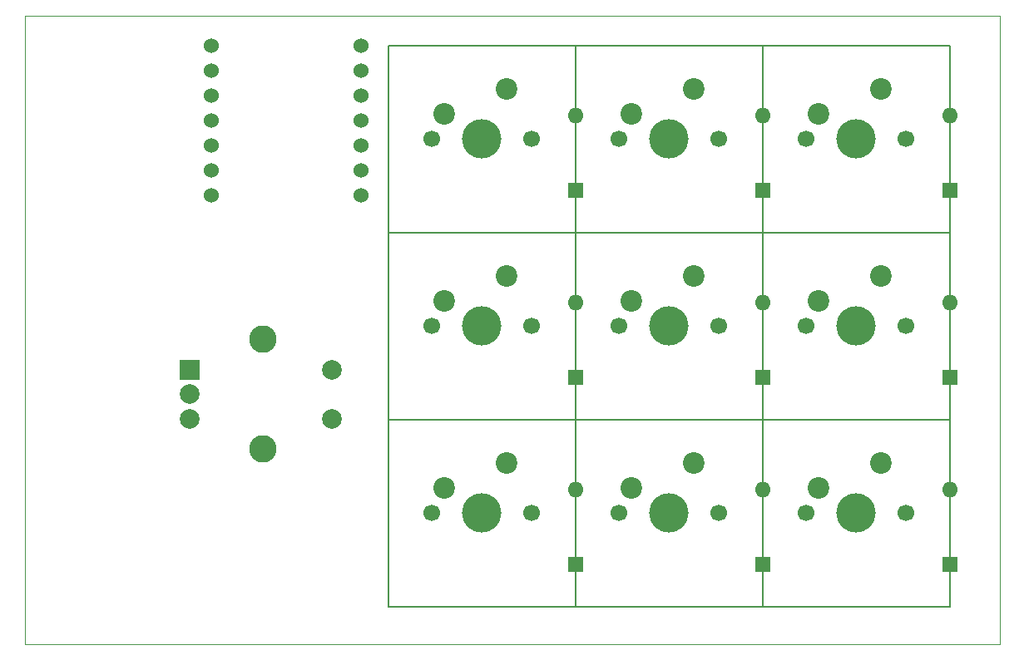
<source format=gbr>
%TF.GenerationSoftware,KiCad,Pcbnew,8.0.8*%
%TF.CreationDate,2025-02-16T23:16:45+05:30*%
%TF.ProjectId,RoyTyper,526f7954-7970-4657-922e-6b696361645f,rev?*%
%TF.SameCoordinates,Original*%
%TF.FileFunction,Soldermask,Bot*%
%TF.FilePolarity,Negative*%
%FSLAX46Y46*%
G04 Gerber Fmt 4.6, Leading zero omitted, Abs format (unit mm)*
G04 Created by KiCad (PCBNEW 8.0.8) date 2025-02-16 23:16:45*
%MOMM*%
%LPD*%
G01*
G04 APERTURE LIST*
%ADD10C,1.700000*%
%ADD11C,4.000000*%
%ADD12C,2.200000*%
%ADD13R,2.000000X2.000000*%
%ADD14C,2.000000*%
%ADD15C,2.800000*%
%ADD16C,1.524000*%
%ADD17R,1.600000X1.600000*%
%ADD18O,1.600000X1.600000*%
%ADD19C,0.150000*%
%TA.AperFunction,Profile*%
%ADD20C,0.050000*%
%TD*%
G04 APERTURE END LIST*
D10*
%TO.C,SW3*%
X132770000Y-69850000D03*
D11*
X137850000Y-69850000D03*
D10*
X142930000Y-69850000D03*
D12*
X140390000Y-64770000D03*
X134040000Y-67310000D03*
%TD*%
D10*
%TO.C,SW6*%
X132770000Y-88900000D03*
D11*
X137850000Y-88900000D03*
D10*
X142930000Y-88900000D03*
D12*
X140390000Y-83820000D03*
X134040000Y-86360000D03*
%TD*%
D10*
%TO.C,SW1*%
X94670000Y-69850000D03*
D11*
X99750000Y-69850000D03*
D10*
X104830000Y-69850000D03*
D12*
X102290000Y-64770000D03*
X95940000Y-67310000D03*
%TD*%
D10*
%TO.C,SW4*%
X94670000Y-88900000D03*
D11*
X99750000Y-88900000D03*
D10*
X104830000Y-88900000D03*
D12*
X102290000Y-83820000D03*
X95940000Y-86360000D03*
%TD*%
D10*
%TO.C,SW5*%
X113720000Y-88900000D03*
D11*
X118800000Y-88900000D03*
D10*
X123880000Y-88900000D03*
D12*
X121340000Y-83820000D03*
X114990000Y-86360000D03*
%TD*%
D10*
%TO.C,SW2*%
X113720000Y-69850000D03*
D11*
X118800000Y-69850000D03*
D10*
X123880000Y-69850000D03*
D12*
X121340000Y-64770000D03*
X114990000Y-67310000D03*
%TD*%
D13*
%TO.C,SW11*%
X69975000Y-93325000D03*
D14*
X69975000Y-98325000D03*
X69975000Y-95825000D03*
D15*
X77475000Y-90225000D03*
X77475000Y-101425000D03*
D14*
X84475000Y-93325000D03*
X84475000Y-98325000D03*
%TD*%
D10*
%TO.C,SW9*%
X132770000Y-107950000D03*
D11*
X137850000Y-107950000D03*
D10*
X142930000Y-107950000D03*
D12*
X140390000Y-102870000D03*
X134040000Y-105410000D03*
%TD*%
D10*
%TO.C,SW7*%
X94670000Y-107950000D03*
D11*
X99750000Y-107950000D03*
D10*
X104830000Y-107950000D03*
D12*
X102290000Y-102870000D03*
X95940000Y-105410000D03*
%TD*%
D10*
%TO.C,SW8*%
X113720000Y-107950000D03*
D11*
X118800000Y-107950000D03*
D10*
X123880000Y-107950000D03*
D12*
X121340000Y-102870000D03*
X114990000Y-105410000D03*
%TD*%
D16*
%TO.C,U1*%
X72225000Y-60325000D03*
X72225000Y-62865000D03*
X72225000Y-65405000D03*
X72225000Y-67945000D03*
X72225000Y-70485000D03*
X72225000Y-73025000D03*
X72225000Y-75565000D03*
X87465000Y-75565000D03*
X87465000Y-73025000D03*
X87465000Y-70485000D03*
X87465000Y-67945000D03*
X87465000Y-65405000D03*
X87465000Y-62865000D03*
X87465000Y-60325000D03*
%TD*%
D17*
%TO.C,D8*%
X128325000Y-113188750D03*
D18*
X128325000Y-105568750D03*
%TD*%
D17*
%TO.C,D7*%
X109275000Y-113188750D03*
D18*
X109275000Y-105568750D03*
%TD*%
D17*
%TO.C,D3*%
X147375000Y-75088750D03*
D18*
X147375000Y-67468750D03*
%TD*%
D17*
%TO.C,D9*%
X147375000Y-113188750D03*
D18*
X147375000Y-105568750D03*
%TD*%
D17*
%TO.C,D6*%
X147375000Y-94138750D03*
D18*
X147375000Y-86518750D03*
%TD*%
D17*
%TO.C,D2*%
X128325000Y-75088750D03*
D18*
X128325000Y-67468750D03*
%TD*%
D17*
%TO.C,D5*%
X128325000Y-94138750D03*
D18*
X128325000Y-86518750D03*
%TD*%
D17*
%TO.C,D1*%
X109275000Y-75088750D03*
D18*
X109275000Y-67468750D03*
%TD*%
D17*
%TO.C,D4*%
X109275000Y-94138750D03*
D18*
X109275000Y-86518750D03*
%TD*%
D19*
%TO.C,SW3*%
X128325000Y-60325000D02*
X147375000Y-60325000D01*
X128325000Y-79375000D02*
X128325000Y-60325000D01*
X147375000Y-60325000D02*
X147375000Y-79375000D01*
X147375000Y-79375000D02*
X128325000Y-79375000D01*
%TO.C,SW6*%
X128325000Y-79375000D02*
X147375000Y-79375000D01*
X128325000Y-98425000D02*
X128325000Y-79375000D01*
X147375000Y-79375000D02*
X147375000Y-98425000D01*
X147375000Y-98425000D02*
X128325000Y-98425000D01*
%TO.C,SW1*%
X90225000Y-60325000D02*
X109275000Y-60325000D01*
X90225000Y-79375000D02*
X90225000Y-60325000D01*
X109275000Y-60325000D02*
X109275000Y-79375000D01*
X109275000Y-79375000D02*
X90225000Y-79375000D01*
%TO.C,SW4*%
X90225000Y-79375000D02*
X109275000Y-79375000D01*
X90225000Y-98425000D02*
X90225000Y-79375000D01*
X109275000Y-79375000D02*
X109275000Y-98425000D01*
X109275000Y-98425000D02*
X90225000Y-98425000D01*
%TO.C,SW5*%
X109275000Y-79375000D02*
X128325000Y-79375000D01*
X109275000Y-98425000D02*
X109275000Y-79375000D01*
X128325000Y-79375000D02*
X128325000Y-98425000D01*
X128325000Y-98425000D02*
X109275000Y-98425000D01*
%TO.C,SW2*%
X109275000Y-60325000D02*
X128325000Y-60325000D01*
X109275000Y-79375000D02*
X109275000Y-60325000D01*
X128325000Y-60325000D02*
X128325000Y-79375000D01*
X128325000Y-79375000D02*
X109275000Y-79375000D01*
%TO.C,SW9*%
X128325000Y-98425000D02*
X147375000Y-98425000D01*
X128325000Y-117475000D02*
X128325000Y-98425000D01*
X147375000Y-98425000D02*
X147375000Y-117475000D01*
X147375000Y-117475000D02*
X128325000Y-117475000D01*
%TO.C,SW7*%
X90225000Y-98425000D02*
X109275000Y-98425000D01*
X90225000Y-117475000D02*
X90225000Y-98425000D01*
X109275000Y-98425000D02*
X109275000Y-117475000D01*
X109275000Y-117475000D02*
X90225000Y-117475000D01*
%TO.C,SW8*%
X109275000Y-98425000D02*
X128325000Y-98425000D01*
X109275000Y-117475000D02*
X109275000Y-98425000D01*
X128325000Y-98425000D02*
X128325000Y-117475000D01*
X128325000Y-117475000D02*
X109275000Y-117475000D01*
%TD*%
D20*
X53215000Y-57265000D02*
X152445000Y-57265000D01*
X152445000Y-121285000D01*
X53215000Y-121285000D01*
X53215000Y-57265000D01*
M02*

</source>
